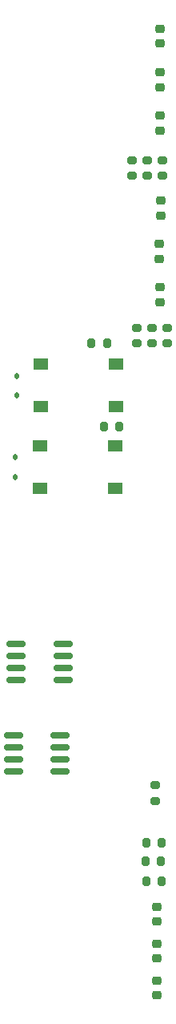
<source format=gbr>
%TF.GenerationSoftware,KiCad,Pcbnew,(7.0.0)*%
%TF.CreationDate,2023-03-26T16:47:36-07:00*%
%TF.ProjectId,followbuttons,666f6c6c-6f77-4627-9574-746f6e732e6b,rev?*%
%TF.SameCoordinates,Original*%
%TF.FileFunction,Paste,Top*%
%TF.FilePolarity,Positive*%
%FSLAX46Y46*%
G04 Gerber Fmt 4.6, Leading zero omitted, Abs format (unit mm)*
G04 Created by KiCad (PCBNEW (7.0.0)) date 2023-03-26 16:47:36*
%MOMM*%
%LPD*%
G01*
G04 APERTURE LIST*
G04 Aperture macros list*
%AMRoundRect*
0 Rectangle with rounded corners*
0 $1 Rounding radius*
0 $2 $3 $4 $5 $6 $7 $8 $9 X,Y pos of 4 corners*
0 Add a 4 corners polygon primitive as box body*
4,1,4,$2,$3,$4,$5,$6,$7,$8,$9,$2,$3,0*
0 Add four circle primitives for the rounded corners*
1,1,$1+$1,$2,$3*
1,1,$1+$1,$4,$5*
1,1,$1+$1,$6,$7*
1,1,$1+$1,$8,$9*
0 Add four rect primitives between the rounded corners*
20,1,$1+$1,$2,$3,$4,$5,0*
20,1,$1+$1,$4,$5,$6,$7,0*
20,1,$1+$1,$6,$7,$8,$9,0*
20,1,$1+$1,$8,$9,$2,$3,0*%
G04 Aperture macros list end*
%ADD10RoundRect,0.200000X-0.200000X-0.275000X0.200000X-0.275000X0.200000X0.275000X-0.200000X0.275000X0*%
%ADD11RoundRect,0.218750X-0.256250X0.218750X-0.256250X-0.218750X0.256250X-0.218750X0.256250X0.218750X0*%
%ADD12R,1.550000X1.300000*%
%ADD13RoundRect,0.150000X-0.825000X-0.150000X0.825000X-0.150000X0.825000X0.150000X-0.825000X0.150000X0*%
%ADD14RoundRect,0.200000X0.275000X-0.200000X0.275000X0.200000X-0.275000X0.200000X-0.275000X-0.200000X0*%
%ADD15RoundRect,0.112500X0.112500X-0.187500X0.112500X0.187500X-0.112500X0.187500X-0.112500X-0.187500X0*%
%ADD16RoundRect,0.200000X0.200000X0.275000X-0.200000X0.275000X-0.200000X-0.275000X0.200000X-0.275000X0*%
%ADD17RoundRect,0.112500X-0.112500X0.187500X-0.112500X-0.187500X0.112500X-0.187500X0.112500X0.187500X0*%
%ADD18RoundRect,0.200000X-0.275000X0.200000X-0.275000X-0.200000X0.275000X-0.200000X0.275000X0.200000X0*%
G04 APERTURE END LIST*
D10*
%TO.C,R12*%
X36975000Y-123200000D03*
X38625000Y-123200000D03*
%TD*%
D11*
%TO.C,D9*%
X38100000Y-135287500D03*
X38100000Y-133712500D03*
%TD*%
D12*
%TO.C,SW1*%
X25819999Y-68627499D03*
X33779999Y-68627499D03*
X25819999Y-73127499D03*
X33779999Y-73127499D03*
%TD*%
D13*
%TO.C,U2*%
X23225000Y-98195000D03*
X23225000Y-99465000D03*
X23225000Y-100735000D03*
X23225000Y-102005000D03*
X28175000Y-102005000D03*
X28175000Y-100735000D03*
X28175000Y-99465000D03*
X28175000Y-98195000D03*
%TD*%
%TO.C,U1*%
X22925000Y-107795000D03*
X22925000Y-109065000D03*
X22925000Y-110335000D03*
X22925000Y-111605000D03*
X27875000Y-111605000D03*
X27875000Y-110335000D03*
X27875000Y-109065000D03*
X27875000Y-107795000D03*
%TD*%
D11*
%TO.C,D5*%
X38400000Y-33212500D03*
X38400000Y-34787500D03*
%TD*%
D14*
%TO.C,R6*%
X38700000Y-48725000D03*
X38700000Y-47075000D03*
%TD*%
D15*
%TO.C,D2*%
X23100000Y-80527500D03*
X23100000Y-78427500D03*
%TD*%
D10*
%TO.C,R11*%
X36900000Y-121100000D03*
X38550000Y-121100000D03*
%TD*%
%TO.C,R1*%
X32475000Y-75200000D03*
X34125000Y-75200000D03*
%TD*%
D12*
%TO.C,SW2*%
X25719999Y-77249999D03*
X33679999Y-77249999D03*
X25719999Y-81749999D03*
X33679999Y-81749999D03*
%TD*%
D11*
%TO.C,D3*%
X38400000Y-42412500D03*
X38400000Y-43987500D03*
%TD*%
D14*
%TO.C,R8*%
X37600000Y-66425000D03*
X37600000Y-64775000D03*
%TD*%
%TO.C,R7*%
X36000000Y-66425000D03*
X36000000Y-64775000D03*
%TD*%
%TO.C,R9*%
X39200000Y-66425000D03*
X39200000Y-64775000D03*
%TD*%
D11*
%TO.C,D7*%
X38390000Y-55932500D03*
X38390000Y-57507500D03*
%TD*%
%TO.C,D10*%
X38100000Y-129812500D03*
X38100000Y-131387500D03*
%TD*%
%TO.C,D6*%
X38500000Y-51352500D03*
X38500000Y-52927500D03*
%TD*%
D14*
%TO.C,R4*%
X35500000Y-48725000D03*
X35500000Y-47075000D03*
%TD*%
D11*
%TO.C,D8*%
X38400000Y-60512500D03*
X38400000Y-62087500D03*
%TD*%
D16*
%TO.C,R2*%
X32825000Y-66400000D03*
X31175000Y-66400000D03*
%TD*%
D11*
%TO.C,D11*%
X38100000Y-125912500D03*
X38100000Y-127487500D03*
%TD*%
D17*
%TO.C,D1*%
X23300000Y-69850000D03*
X23300000Y-71950000D03*
%TD*%
D18*
%TO.C,R3*%
X37900000Y-113075000D03*
X37900000Y-114725000D03*
%TD*%
D11*
%TO.C,D4*%
X38400000Y-37812500D03*
X38400000Y-39387500D03*
%TD*%
D14*
%TO.C,R5*%
X37100000Y-48725000D03*
X37100000Y-47075000D03*
%TD*%
D10*
%TO.C,R10*%
X36975000Y-119200000D03*
X38625000Y-119200000D03*
%TD*%
M02*

</source>
